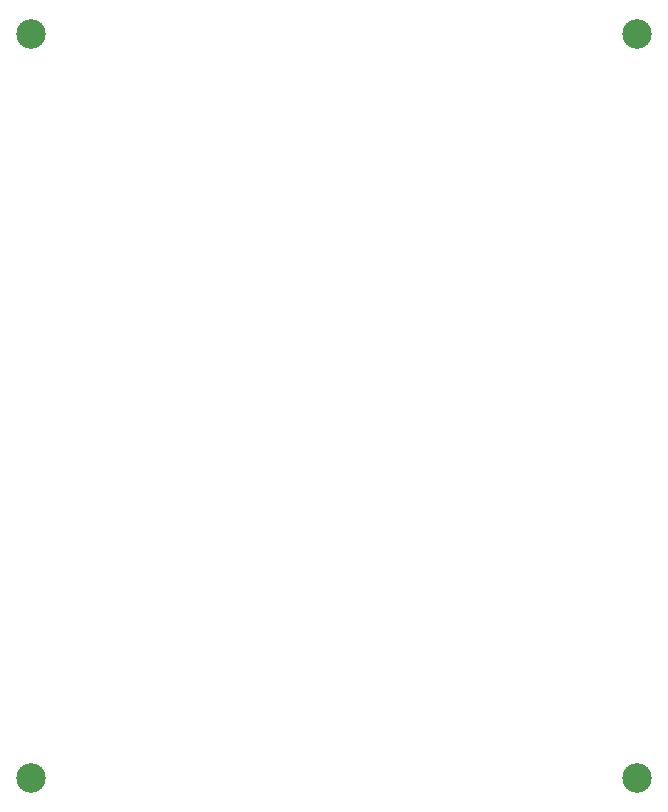
<source format=gts>
%TF.GenerationSoftware,KiCad,Pcbnew,(6.0.4)*%
%TF.CreationDate,2022-04-07T14:28:42+02:00*%
%TF.ProjectId,LBS6_Rear_Plate,4c425336-5f52-4656-9172-5f506c617465,v1.01*%
%TF.SameCoordinates,Original*%
%TF.FileFunction,Soldermask,Top*%
%TF.FilePolarity,Negative*%
%FSLAX46Y46*%
G04 Gerber Fmt 4.6, Leading zero omitted, Abs format (unit mm)*
G04 Created by KiCad (PCBNEW (6.0.4)) date 2022-04-07 14:28:42*
%MOMM*%
%LPD*%
G01*
G04 APERTURE LIST*
%ADD10C,2.500000*%
G04 APERTURE END LIST*
D10*
X84600000Y-112685000D03*
X135940000Y-112685000D03*
X135940000Y-49730000D03*
X84600000Y-49730000D03*
M02*

</source>
